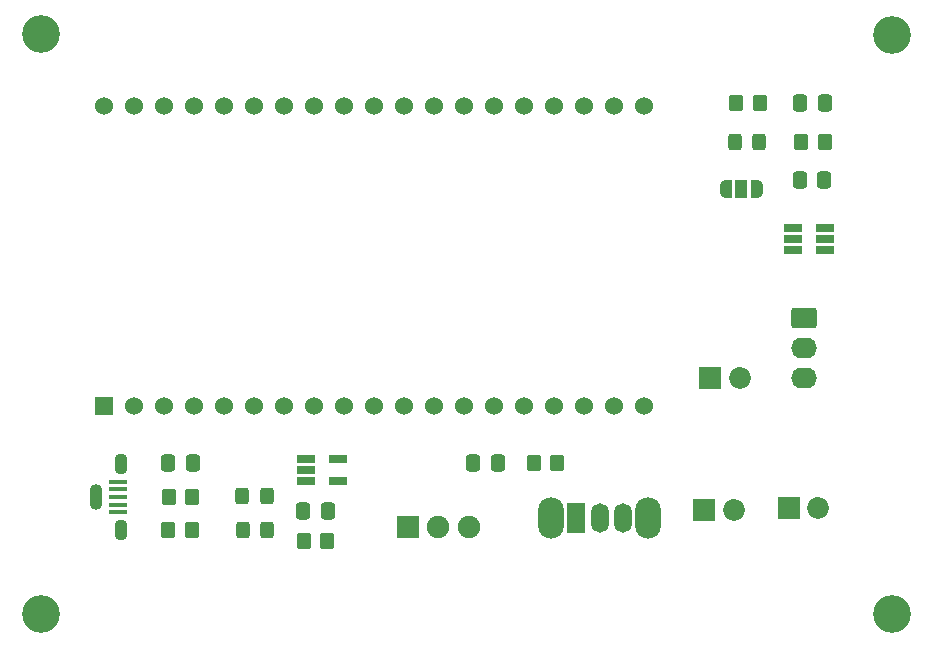
<source format=gbr>
G04 #@! TF.GenerationSoftware,KiCad,Pcbnew,(6.0.4)*
G04 #@! TF.CreationDate,2022-04-15T18:01:26-05:00*
G04 #@! TF.ProjectId,antiprocrastinator_device,616e7469-7072-46f6-9372-617374696e61,rev?*
G04 #@! TF.SameCoordinates,Original*
G04 #@! TF.FileFunction,Soldermask,Top*
G04 #@! TF.FilePolarity,Negative*
%FSLAX46Y46*%
G04 Gerber Fmt 4.6, Leading zero omitted, Abs format (unit mm)*
G04 Created by KiCad (PCBNEW (6.0.4)) date 2022-04-15 18:01:26*
%MOMM*%
%LPD*%
G01*
G04 APERTURE LIST*
G04 Aperture macros list*
%AMRoundRect*
0 Rectangle with rounded corners*
0 $1 Rounding radius*
0 $2 $3 $4 $5 $6 $7 $8 $9 X,Y pos of 4 corners*
0 Add a 4 corners polygon primitive as box body*
4,1,4,$2,$3,$4,$5,$6,$7,$8,$9,$2,$3,0*
0 Add four circle primitives for the rounded corners*
1,1,$1+$1,$2,$3*
1,1,$1+$1,$4,$5*
1,1,$1+$1,$6,$7*
1,1,$1+$1,$8,$9*
0 Add four rect primitives between the rounded corners*
20,1,$1+$1,$2,$3,$4,$5,0*
20,1,$1+$1,$4,$5,$6,$7,0*
20,1,$1+$1,$6,$7,$8,$9,0*
20,1,$1+$1,$8,$9,$2,$3,0*%
%AMFreePoly0*
4,1,22,0.550000,-0.750000,0.000000,-0.750000,0.000000,-0.745033,-0.079941,-0.743568,-0.215256,-0.701293,-0.333266,-0.622738,-0.424486,-0.514219,-0.481581,-0.384460,-0.499164,-0.250000,-0.500000,-0.250000,-0.500000,0.250000,-0.499164,0.250000,-0.499963,0.256109,-0.478152,0.396186,-0.417904,0.524511,-0.324060,0.630769,-0.204165,0.706417,-0.067858,0.745374,0.000000,0.744959,0.000000,0.750000,
0.550000,0.750000,0.550000,-0.750000,0.550000,-0.750000,$1*%
%AMFreePoly1*
4,1,20,0.000000,0.744959,0.073905,0.744508,0.209726,0.703889,0.328688,0.626782,0.421226,0.519385,0.479903,0.390333,0.500000,0.250000,0.500000,-0.250000,0.499851,-0.262216,0.476331,-0.402017,0.414519,-0.529596,0.319384,-0.634700,0.198574,-0.708877,0.061801,-0.746166,0.000000,-0.745033,0.000000,-0.750000,-0.550000,-0.750000,-0.550000,0.750000,0.000000,0.750000,0.000000,0.744959,
0.000000,0.744959,$1*%
G04 Aperture macros list end*
%ADD10R,1.850000X1.850000*%
%ADD11C,1.850000*%
%ADD12RoundRect,0.250000X-0.325000X-0.450000X0.325000X-0.450000X0.325000X0.450000X-0.325000X0.450000X0*%
%ADD13RoundRect,0.250000X0.337500X0.475000X-0.337500X0.475000X-0.337500X-0.475000X0.337500X-0.475000X0*%
%ADD14RoundRect,0.250000X0.325000X0.450000X-0.325000X0.450000X-0.325000X-0.450000X0.325000X-0.450000X0*%
%ADD15RoundRect,0.250000X0.350000X0.450000X-0.350000X0.450000X-0.350000X-0.450000X0.350000X-0.450000X0*%
%ADD16RoundRect,0.250000X-0.337500X-0.475000X0.337500X-0.475000X0.337500X0.475000X-0.337500X0.475000X0*%
%ADD17R,1.500000X0.450000*%
%ADD18O,1.100000X1.800000*%
%ADD19O,1.100000X2.200000*%
%ADD20O,2.200000X3.500000*%
%ADD21R,1.500000X2.500000*%
%ADD22O,1.500000X2.500000*%
%ADD23RoundRect,0.250000X-0.845000X0.620000X-0.845000X-0.620000X0.845000X-0.620000X0.845000X0.620000X0*%
%ADD24O,2.190000X1.740000*%
%ADD25RoundRect,0.250000X-0.350000X-0.450000X0.350000X-0.450000X0.350000X0.450000X-0.350000X0.450000X0*%
%ADD26C,3.200000*%
%ADD27R,1.560000X0.650000*%
%ADD28FreePoly0,0.000000*%
%ADD29R,1.000000X1.500000*%
%ADD30FreePoly1,0.000000*%
%ADD31R,1.530000X1.530000*%
%ADD32C,1.530000*%
%ADD33R,1.910000X1.910000*%
%ADD34C,1.910000*%
G04 APERTURE END LIST*
D10*
X124449400Y-64724000D03*
D11*
X126949400Y-64724000D03*
D12*
X126533800Y-44754800D03*
X128583800Y-44754800D03*
D13*
X106476800Y-71932800D03*
X104401800Y-71932800D03*
D14*
X86969600Y-77622400D03*
X84919600Y-77622400D03*
D15*
X134146800Y-44754800D03*
X132146800Y-44754800D03*
D16*
X132058500Y-48006000D03*
X134133500Y-48006000D03*
X90025400Y-75996800D03*
X92100400Y-75996800D03*
D17*
X74332600Y-73528400D03*
X74332600Y-74178400D03*
X74332600Y-74828400D03*
X74332600Y-75478400D03*
X74332600Y-76128400D03*
D18*
X74582600Y-77628400D03*
X74582600Y-72028400D03*
D19*
X72432600Y-74828400D03*
D20*
X111012800Y-76649900D03*
X119212800Y-76649900D03*
D21*
X113112800Y-76649900D03*
D22*
X115112800Y-76649900D03*
X117112800Y-76649900D03*
D23*
X132384800Y-59639200D03*
D24*
X132384800Y-62179200D03*
X132384800Y-64719200D03*
D10*
X123952000Y-75895200D03*
D11*
X126452000Y-75895200D03*
D25*
X78619600Y-74828400D03*
X80619600Y-74828400D03*
D15*
X111524800Y-71932800D03*
X109524800Y-71932800D03*
D26*
X67818000Y-35661600D03*
X139827000Y-84709000D03*
D27*
X131470400Y-52049600D03*
X131470400Y-52999600D03*
X131470400Y-53949600D03*
X134170400Y-53949600D03*
X134170400Y-52999600D03*
X134170400Y-52049600D03*
D14*
X86918800Y-74726800D03*
X84868800Y-74726800D03*
D25*
X126660400Y-41452800D03*
X128660400Y-41452800D03*
D16*
X132109300Y-41452800D03*
X134184300Y-41452800D03*
D28*
X125801600Y-48768000D03*
D29*
X127101600Y-48768000D03*
D30*
X128401600Y-48768000D03*
D31*
X73170400Y-67088300D03*
D32*
X75710400Y-67088300D03*
X78250400Y-67088300D03*
X80790400Y-67088300D03*
X83330400Y-67088300D03*
X85870400Y-67088300D03*
X88410400Y-67088300D03*
X90950400Y-67088300D03*
X93490400Y-67088300D03*
X96030400Y-67088300D03*
X98570400Y-67088300D03*
X101110400Y-67088300D03*
X103650400Y-67088300D03*
X106190400Y-67088300D03*
X108730400Y-67088300D03*
X111270400Y-67088300D03*
X113810400Y-67088300D03*
X116350400Y-67088300D03*
X118890400Y-67088300D03*
X118890400Y-41688300D03*
X116350400Y-41688300D03*
X113810400Y-41688300D03*
X111270400Y-41688300D03*
X108730400Y-41688300D03*
X106190400Y-41688300D03*
X103650400Y-41688300D03*
X101110400Y-41688300D03*
X98570400Y-41688300D03*
X96030400Y-41688300D03*
X93490400Y-41688300D03*
X90950400Y-41688300D03*
X88410400Y-41688300D03*
X85870400Y-41688300D03*
X83330400Y-41688300D03*
X80790400Y-41688300D03*
X78250400Y-41688300D03*
X75710400Y-41688300D03*
X73170400Y-41688300D03*
D16*
X78595400Y-71983600D03*
X80670400Y-71983600D03*
D26*
X139827000Y-35712400D03*
D25*
X78568800Y-77622400D03*
X80568800Y-77622400D03*
D33*
X98907600Y-77368400D03*
D34*
X101457600Y-77368400D03*
X104007600Y-77368400D03*
D27*
X90220800Y-71592400D03*
X90220800Y-72542400D03*
X90220800Y-73492400D03*
X92920800Y-73492400D03*
X92920800Y-71592400D03*
D10*
X131134800Y-75747600D03*
D11*
X133634800Y-75747600D03*
D25*
X90049600Y-78587600D03*
X92049600Y-78587600D03*
D26*
X67818000Y-84709000D03*
M02*

</source>
